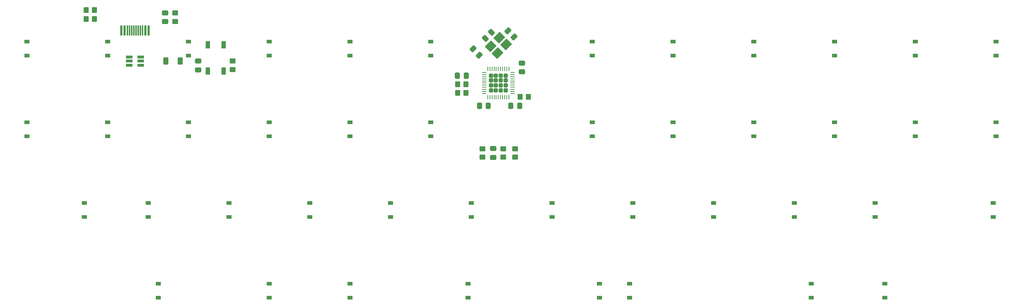
<source format=gbp>
%TF.GenerationSoftware,KiCad,Pcbnew,7.0.6*%
%TF.CreationDate,2023-08-25T16:13:21-04:00*%
%TF.ProjectId,Vault45_alpha,5661756c-7434-4355-9f61-6c7068612e6b,rev?*%
%TF.SameCoordinates,PX198c50aPY6631428*%
%TF.FileFunction,Paste,Bot*%
%TF.FilePolarity,Positive*%
%FSLAX46Y46*%
G04 Gerber Fmt 4.6, Leading zero omitted, Abs format (unit mm)*
G04 Created by KiCad (PCBNEW 7.0.6) date 2023-08-25 16:13:21*
%MOMM*%
%LPD*%
G01*
G04 APERTURE LIST*
G04 Aperture macros list*
%AMRoundRect*
0 Rectangle with rounded corners*
0 $1 Rounding radius*
0 $2 $3 $4 $5 $6 $7 $8 $9 X,Y pos of 4 corners*
0 Add a 4 corners polygon primitive as box body*
4,1,4,$2,$3,$4,$5,$6,$7,$8,$9,$2,$3,0*
0 Add four circle primitives for the rounded corners*
1,1,$1+$1,$2,$3*
1,1,$1+$1,$4,$5*
1,1,$1+$1,$6,$7*
1,1,$1+$1,$8,$9*
0 Add four rect primitives between the rounded corners*
20,1,$1+$1,$2,$3,$4,$5,0*
20,1,$1+$1,$4,$5,$6,$7,0*
20,1,$1+$1,$6,$7,$8,$9,0*
20,1,$1+$1,$8,$9,$2,$3,0*%
%AMRotRect*
0 Rectangle, with rotation*
0 The origin of the aperture is its center*
0 $1 length*
0 $2 width*
0 $3 Rotation angle, in degrees counterclockwise*
0 Add horizontal line*
21,1,$1,$2,0,0,$3*%
G04 Aperture macros list end*
%ADD10R,1.200000X0.900000*%
%ADD11RoundRect,0.250000X-0.350000X-0.450000X0.350000X-0.450000X0.350000X0.450000X-0.350000X0.450000X0*%
%ADD12RotRect,2.100000X1.800000X225.000000*%
%ADD13RoundRect,0.250000X0.475000X-0.337500X0.475000X0.337500X-0.475000X0.337500X-0.475000X-0.337500X0*%
%ADD14RoundRect,0.250000X-0.337500X-0.475000X0.337500X-0.475000X0.337500X0.475000X-0.337500X0.475000X0*%
%ADD15RoundRect,0.250000X0.350000X0.450000X-0.350000X0.450000X-0.350000X-0.450000X0.350000X-0.450000X0*%
%ADD16RoundRect,0.250000X-0.253488X-0.253488X0.253488X-0.253488X0.253488X0.253488X-0.253488X0.253488X0*%
%ADD17RoundRect,0.062500X-0.475000X-0.062500X0.475000X-0.062500X0.475000X0.062500X-0.475000X0.062500X0*%
%ADD18RoundRect,0.062500X-0.062500X-0.475000X0.062500X-0.475000X0.062500X0.475000X-0.062500X0.475000X0*%
%ADD19R,1.100000X1.800000*%
%ADD20RoundRect,0.250000X0.097227X-0.574524X0.574524X-0.097227X-0.097227X0.574524X-0.574524X0.097227X0*%
%ADD21RoundRect,0.250000X0.337500X0.475000X-0.337500X0.475000X-0.337500X-0.475000X0.337500X-0.475000X0*%
%ADD22RoundRect,0.250000X-0.450000X0.350000X-0.450000X-0.350000X0.450000X-0.350000X0.450000X0.350000X0*%
%ADD23RoundRect,0.250000X-0.475000X0.337500X-0.475000X-0.337500X0.475000X-0.337500X0.475000X0.337500X0*%
%ADD24R,0.600000X2.450000*%
%ADD25R,0.300000X2.450000*%
%ADD26R,1.560000X0.650000*%
%ADD27RoundRect,0.250000X0.574524X0.097227X0.097227X0.574524X-0.574524X-0.097227X-0.097227X-0.574524X0*%
%ADD28RoundRect,0.210527X-0.389473X-0.664473X0.389473X-0.664473X0.389473X0.664473X-0.389473X0.664473X0*%
%ADD29RoundRect,0.250000X0.450000X-0.350000X0.450000X0.350000X-0.450000X0.350000X-0.450000X-0.350000X0*%
G04 APERTURE END LIST*
D10*
X60250630Y26131250D03*
X60250630Y29431250D03*
D11*
X114193259Y57503747D03*
X116193259Y57503747D03*
D12*
X125663478Y66887132D03*
X123612868Y64836522D03*
X121986522Y66462868D03*
X124037132Y68513478D03*
D13*
X45243910Y72292971D03*
X45243910Y74367971D03*
D10*
X79301418Y26131250D03*
X79301418Y29431250D03*
X147637500Y7081250D03*
X147637500Y10381250D03*
X241226512Y45181250D03*
X241226512Y48481250D03*
X165026512Y45181250D03*
X165026512Y48481250D03*
X50718439Y45181250D03*
X50718439Y48481250D03*
X241226512Y64231250D03*
X241226512Y67531250D03*
X116681250Y7081250D03*
X116681250Y10381250D03*
X154781250Y7081250D03*
X154781250Y10381250D03*
D14*
X119368750Y52387500D03*
X121443750Y52387500D03*
D15*
X130923791Y54557665D03*
X128923791Y54557665D03*
D10*
X222176512Y45181250D03*
X222176512Y48481250D03*
D16*
X122062500Y59547678D03*
X122062500Y58372678D03*
X122062500Y57197678D03*
X122062500Y56022678D03*
X123237500Y59547678D03*
X123237500Y58372678D03*
X123237500Y57197678D03*
X123237500Y56022678D03*
X124412500Y59547678D03*
X124412500Y58372678D03*
X124412500Y57197678D03*
X124412500Y56022678D03*
X125587500Y59547678D03*
X125587500Y58372678D03*
X125587500Y57197678D03*
X125587500Y56022678D03*
D17*
X120487500Y55285178D03*
X120487500Y55785178D03*
X120487500Y56285178D03*
X120487500Y56785178D03*
X120487500Y57285178D03*
X120487500Y57785178D03*
X120487500Y58285178D03*
X120487500Y58785178D03*
X120487500Y59285178D03*
X120487500Y59785178D03*
X120487500Y60285178D03*
D18*
X121325000Y61122678D03*
X121825000Y61122678D03*
X122325000Y61122678D03*
X122825000Y61122678D03*
X123325000Y61122678D03*
X123825000Y61122678D03*
X124325000Y61122678D03*
X124825000Y61122678D03*
X125325000Y61122678D03*
X125825000Y61122678D03*
X126325000Y61122678D03*
D17*
X127162500Y60285178D03*
X127162500Y59785178D03*
X127162500Y59285178D03*
X127162500Y58785178D03*
X127162500Y58285178D03*
X127162500Y57785178D03*
X127162500Y57285178D03*
X127162500Y56785178D03*
X127162500Y56285178D03*
X127162500Y55785178D03*
X127162500Y55285178D03*
D18*
X126325000Y54447678D03*
X125825000Y54447678D03*
X125325000Y54447678D03*
X124825000Y54447678D03*
X124325000Y54447678D03*
X123825000Y54447678D03*
X123325000Y54447678D03*
X122825000Y54447678D03*
X122325000Y54447678D03*
X121825000Y54447678D03*
X121325000Y54447678D03*
D10*
X41199842Y26131250D03*
X41199842Y29431250D03*
X240506250Y26131250D03*
X240506250Y29431250D03*
D19*
X55300000Y66798491D03*
X55300000Y60598491D03*
X59000000Y66798491D03*
X59000000Y60598491D03*
D20*
X122177373Y69789873D03*
X120710127Y68322627D03*
D10*
X31669135Y64231250D03*
X31669135Y67531250D03*
D21*
X116230759Y59531250D03*
X114155759Y59531250D03*
D10*
X12619831Y45181250D03*
X12619831Y48481250D03*
D22*
X47625160Y74330471D03*
X47625160Y72330471D03*
D10*
X197643750Y7081250D03*
X197643750Y10381250D03*
X203126512Y64231250D03*
X203126512Y67531250D03*
D13*
X129365549Y60416196D03*
X129365549Y62491196D03*
D10*
X69767743Y64231250D03*
X69767743Y67531250D03*
X145976512Y64231250D03*
X145976512Y67531250D03*
D23*
X52982857Y62950052D03*
X52982857Y60875052D03*
D10*
X107866352Y45181250D03*
X107866352Y48481250D03*
X88823659Y7081250D03*
X88823659Y10381250D03*
D15*
X28575112Y72925785D03*
X26575112Y72925785D03*
D10*
X222176512Y64231250D03*
X222176512Y67531250D03*
X184076512Y45181250D03*
X184076512Y48481250D03*
D13*
X122605590Y40237500D03*
X122605590Y42312500D03*
D22*
X124986840Y42275000D03*
X124986840Y40275000D03*
D10*
X136453782Y26131250D03*
X136453782Y29431250D03*
X174555358Y26131250D03*
X174555358Y29431250D03*
D15*
X28575112Y75009384D03*
X26575112Y75009384D03*
D24*
X34875032Y70208812D03*
X35650032Y70208812D03*
D25*
X36350032Y70208812D03*
X36850032Y70208812D03*
X37350032Y70208812D03*
X37850032Y70208812D03*
X38350032Y70208812D03*
X38850032Y70208812D03*
X39350032Y70208812D03*
X39850032Y70208812D03*
D24*
X40550032Y70208812D03*
X41325032Y70208812D03*
D10*
X117402994Y26131250D03*
X117402994Y29431250D03*
X50718439Y64231250D03*
X50718439Y67531250D03*
X203126512Y45181250D03*
X203126512Y48481250D03*
X98352206Y26131250D03*
X98352206Y29431250D03*
X193606146Y26131250D03*
X193606146Y29431250D03*
D26*
X36727132Y62000052D03*
X36727132Y62950052D03*
X36727132Y63900052D03*
X39427132Y63900052D03*
X39427132Y62950052D03*
X39427132Y62000052D03*
D22*
X127793750Y42275000D03*
X127793750Y40275000D03*
D27*
X127535505Y68620458D03*
X126068259Y70087704D03*
D10*
X212656940Y26131250D03*
X212656940Y29431250D03*
X184076512Y64231250D03*
X184076512Y67531250D03*
X107866352Y64231250D03*
X107866352Y67531250D03*
D28*
X45415666Y62950052D03*
X48815666Y62950052D03*
D10*
X88817047Y64231250D03*
X88817047Y67531250D03*
X26193750Y26131250D03*
X26193750Y29431250D03*
X69785728Y7081250D03*
X69785728Y10381250D03*
X155504570Y26131250D03*
X155504570Y29431250D03*
X145976512Y45181250D03*
X145976512Y48481250D03*
X88817047Y45181250D03*
X88817047Y48481250D03*
X165026512Y64231250D03*
X165026512Y67531250D03*
D11*
X114193259Y55471747D03*
X116193259Y55471747D03*
D29*
X61118750Y60950052D03*
X61118750Y62950052D03*
D10*
X69767743Y45181250D03*
X69767743Y48481250D03*
X31669135Y45181250D03*
X31669135Y48481250D03*
D29*
X120062500Y40275000D03*
X120062500Y42275000D03*
D10*
X12619831Y64231250D03*
X12619831Y67531250D03*
D27*
X119312507Y64366283D03*
X117845261Y65833529D03*
D21*
X128831250Y52387500D03*
X126756250Y52387500D03*
D10*
X43573547Y7081250D03*
X43573547Y10381250D03*
X215012720Y7081250D03*
X215012720Y10381250D03*
M02*

</source>
